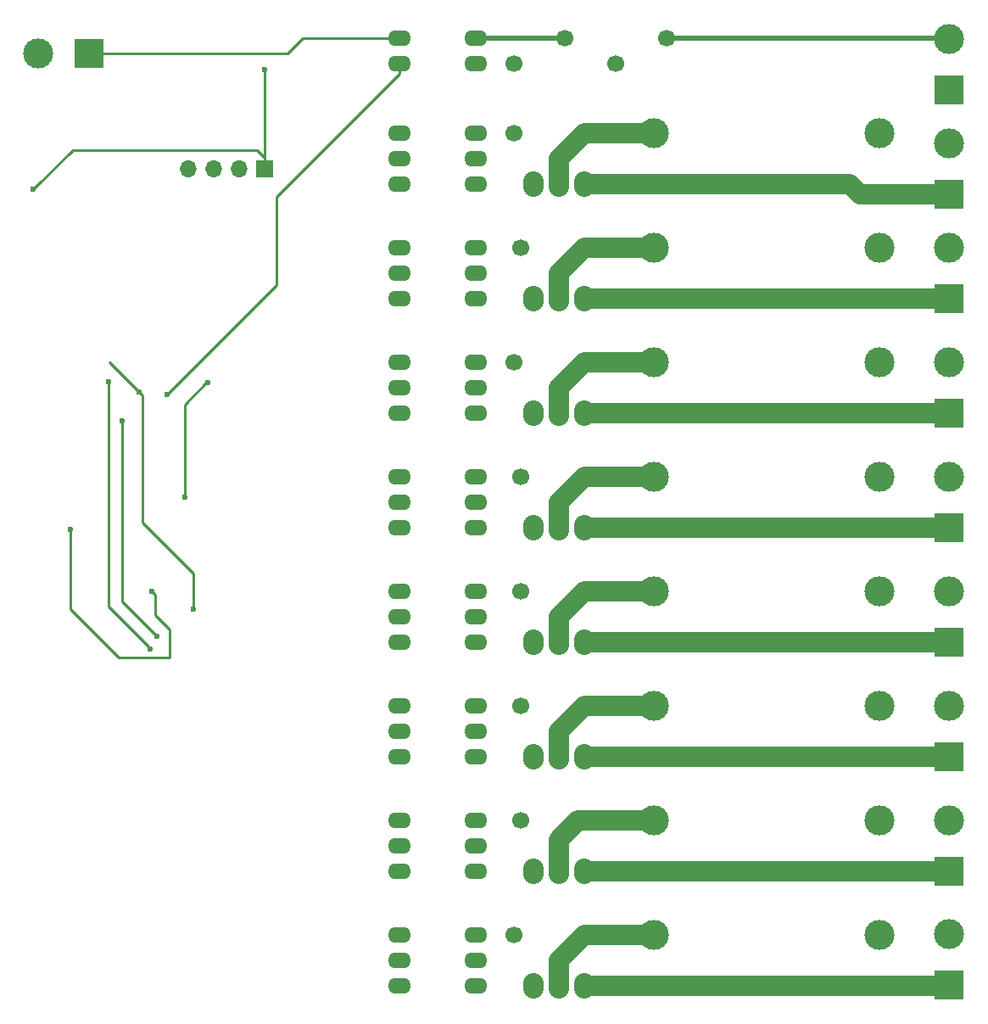
<source format=gbl>
G04 #@! TF.GenerationSoftware,KiCad,Pcbnew,5.0.1-33cea8e~68~ubuntu18.04.1*
G04 #@! TF.CreationDate,2018-11-29T09:03:48+01:00*
G04 #@! TF.ProjectId,8Dimmers,3844696D6D6572732E6B696361645F70,rev?*
G04 #@! TF.SameCoordinates,Original*
G04 #@! TF.FileFunction,Copper,L2,Bot,Signal*
G04 #@! TF.FilePolarity,Positive*
%FSLAX46Y46*%
G04 Gerber Fmt 4.6, Leading zero omitted, Abs format (unit mm)*
G04 Created by KiCad (PCBNEW 5.0.1-33cea8e~68~ubuntu18.04.1) date jeu. 29 nov. 2018 09:03:48 CET*
%MOMM*%
%LPD*%
G01*
G04 APERTURE LIST*
G04 #@! TA.AperFunction,ComponentPad*
%ADD10O,2.300000X1.600000*%
G04 #@! TD*
G04 #@! TA.AperFunction,ComponentPad*
%ADD11O,2.032000X2.540000*%
G04 #@! TD*
G04 #@! TA.AperFunction,ComponentPad*
%ADD12C,3.000000*%
G04 #@! TD*
G04 #@! TA.AperFunction,ComponentPad*
%ADD13C,1.699260*%
G04 #@! TD*
G04 #@! TA.AperFunction,ComponentPad*
%ADD14R,3.000000X3.000000*%
G04 #@! TD*
G04 #@! TA.AperFunction,ComponentPad*
%ADD15R,1.700000X1.700000*%
G04 #@! TD*
G04 #@! TA.AperFunction,ComponentPad*
%ADD16O,1.700000X1.700000*%
G04 #@! TD*
G04 #@! TA.AperFunction,ViaPad*
%ADD17C,0.600000*%
G04 #@! TD*
G04 #@! TA.AperFunction,Conductor*
%ADD18C,0.250000*%
G04 #@! TD*
G04 #@! TA.AperFunction,Conductor*
%ADD19C,2.000000*%
G04 #@! TD*
G04 #@! TA.AperFunction,Conductor*
%ADD20C,0.500000*%
G04 #@! TD*
G04 APERTURE END LIST*
D10*
G04 #@! TO.P,U1,1*
G04 #@! TO.N,Net-(R1-Pad2)*
X91440000Y-45085000D03*
G04 #@! TO.P,U1,2*
G04 #@! TO.N,Net-(R18-Pad2)*
X91440000Y-42545000D03*
G04 #@! TO.P,U1,3*
G04 #@! TO.N,GND*
X83820000Y-42545000D03*
G04 #@! TO.P,U1,4*
G04 #@! TO.N,/ZCD*
X83820000Y-45085000D03*
G04 #@! TD*
G04 #@! TO.P,U6,1*
G04 #@! TO.N,Net-(D1-Pad1)*
X83820000Y-52070000D03*
G04 #@! TO.P,U6,2*
G04 #@! TO.N,/C0*
X83820000Y-54610000D03*
G04 #@! TO.P,U6,3*
G04 #@! TO.N,N/C*
X83820000Y-57150000D03*
G04 #@! TO.P,U6,4*
G04 #@! TO.N,Net-(U14-Pad3)*
X91440000Y-57150000D03*
G04 #@! TO.P,U6,5*
G04 #@! TO.N,N/C*
X91440000Y-54610000D03*
G04 #@! TO.P,U6,6*
G04 #@! TO.N,Net-(R10-Pad1)*
X91440000Y-52070000D03*
G04 #@! TD*
G04 #@! TO.P,U7,1*
G04 #@! TO.N,Net-(D2-Pad1)*
X83820000Y-63500000D03*
G04 #@! TO.P,U7,2*
G04 #@! TO.N,/C1*
X83820000Y-66040000D03*
G04 #@! TO.P,U7,3*
G04 #@! TO.N,N/C*
X83820000Y-68580000D03*
G04 #@! TO.P,U7,4*
G04 #@! TO.N,Net-(U15-Pad3)*
X91440000Y-68580000D03*
G04 #@! TO.P,U7,5*
G04 #@! TO.N,N/C*
X91440000Y-66040000D03*
G04 #@! TO.P,U7,6*
G04 #@! TO.N,Net-(R11-Pad1)*
X91440000Y-63500000D03*
G04 #@! TD*
G04 #@! TO.P,U8,1*
G04 #@! TO.N,Net-(D3-Pad1)*
X83820000Y-74930000D03*
G04 #@! TO.P,U8,2*
G04 #@! TO.N,/C2*
X83820000Y-77470000D03*
G04 #@! TO.P,U8,3*
G04 #@! TO.N,N/C*
X83820000Y-80010000D03*
G04 #@! TO.P,U8,4*
G04 #@! TO.N,Net-(U16-Pad3)*
X91440000Y-80010000D03*
G04 #@! TO.P,U8,5*
G04 #@! TO.N,N/C*
X91440000Y-77470000D03*
G04 #@! TO.P,U8,6*
G04 #@! TO.N,Net-(R12-Pad1)*
X91440000Y-74930000D03*
G04 #@! TD*
G04 #@! TO.P,U9,1*
G04 #@! TO.N,Net-(D4-Pad1)*
X83820000Y-86360000D03*
G04 #@! TO.P,U9,2*
G04 #@! TO.N,/C3*
X83820000Y-88900000D03*
G04 #@! TO.P,U9,3*
G04 #@! TO.N,N/C*
X83820000Y-91440000D03*
G04 #@! TO.P,U9,4*
G04 #@! TO.N,Net-(U17-Pad3)*
X91440000Y-91440000D03*
G04 #@! TO.P,U9,5*
G04 #@! TO.N,N/C*
X91440000Y-88900000D03*
G04 #@! TO.P,U9,6*
G04 #@! TO.N,Net-(R13-Pad1)*
X91440000Y-86360000D03*
G04 #@! TD*
G04 #@! TO.P,U10,1*
G04 #@! TO.N,Net-(D5-Pad1)*
X83820000Y-97790000D03*
G04 #@! TO.P,U10,2*
G04 #@! TO.N,/C4*
X83820000Y-100330000D03*
G04 #@! TO.P,U10,3*
G04 #@! TO.N,N/C*
X83820000Y-102870000D03*
G04 #@! TO.P,U10,4*
G04 #@! TO.N,Net-(U10-Pad4)*
X91440000Y-102870000D03*
G04 #@! TO.P,U10,5*
G04 #@! TO.N,N/C*
X91440000Y-100330000D03*
G04 #@! TO.P,U10,6*
G04 #@! TO.N,Net-(R14-Pad1)*
X91440000Y-97790000D03*
G04 #@! TD*
G04 #@! TO.P,U11,1*
G04 #@! TO.N,Net-(D6-Pad1)*
X83820000Y-109220000D03*
G04 #@! TO.P,U11,2*
G04 #@! TO.N,/C5*
X83820000Y-111760000D03*
G04 #@! TO.P,U11,3*
G04 #@! TO.N,N/C*
X83820000Y-114300000D03*
G04 #@! TO.P,U11,4*
G04 #@! TO.N,Net-(U11-Pad4)*
X91440000Y-114300000D03*
G04 #@! TO.P,U11,5*
G04 #@! TO.N,N/C*
X91440000Y-111760000D03*
G04 #@! TO.P,U11,6*
G04 #@! TO.N,Net-(R15-Pad1)*
X91440000Y-109220000D03*
G04 #@! TD*
G04 #@! TO.P,U12,1*
G04 #@! TO.N,Net-(D7-Pad1)*
X83820000Y-120650000D03*
G04 #@! TO.P,U12,2*
G04 #@! TO.N,/C6*
X83820000Y-123190000D03*
G04 #@! TO.P,U12,3*
G04 #@! TO.N,N/C*
X83820000Y-125730000D03*
G04 #@! TO.P,U12,4*
G04 #@! TO.N,Net-(U12-Pad4)*
X91440000Y-125730000D03*
G04 #@! TO.P,U12,5*
G04 #@! TO.N,N/C*
X91440000Y-123190000D03*
G04 #@! TO.P,U12,6*
G04 #@! TO.N,Net-(R16-Pad1)*
X91440000Y-120650000D03*
G04 #@! TD*
G04 #@! TO.P,U13,1*
G04 #@! TO.N,Net-(D8-Pad1)*
X83820000Y-132080000D03*
G04 #@! TO.P,U13,2*
G04 #@! TO.N,/C7*
X83820000Y-134620000D03*
G04 #@! TO.P,U13,3*
G04 #@! TO.N,N/C*
X83820000Y-137160000D03*
G04 #@! TO.P,U13,4*
G04 #@! TO.N,Net-(U13-Pad4)*
X91440000Y-137160000D03*
G04 #@! TO.P,U13,5*
G04 #@! TO.N,N/C*
X91440000Y-134620000D03*
G04 #@! TO.P,U13,6*
G04 #@! TO.N,Net-(R17-Pad1)*
X91440000Y-132080000D03*
G04 #@! TD*
D11*
G04 #@! TO.P,U14,2*
G04 #@! TO.N,Net-(F1-Pad1)*
X99695000Y-57150000D03*
G04 #@! TO.P,U14,3*
G04 #@! TO.N,Net-(U14-Pad3)*
X97155000Y-57150000D03*
G04 #@! TO.P,U14,1*
G04 #@! TO.N,/PH_0*
X102235000Y-57150000D03*
G04 #@! TD*
G04 #@! TO.P,U15,2*
G04 #@! TO.N,Net-(F2-Pad1)*
X99695000Y-68580000D03*
G04 #@! TO.P,U15,3*
G04 #@! TO.N,Net-(U15-Pad3)*
X97155000Y-68580000D03*
G04 #@! TO.P,U15,1*
G04 #@! TO.N,/PH_1*
X102235000Y-68580000D03*
G04 #@! TD*
G04 #@! TO.P,U16,2*
G04 #@! TO.N,Net-(F3-Pad1)*
X99695000Y-80010000D03*
G04 #@! TO.P,U16,3*
G04 #@! TO.N,Net-(U16-Pad3)*
X97155000Y-80010000D03*
G04 #@! TO.P,U16,1*
G04 #@! TO.N,/PH_2*
X102235000Y-80010000D03*
G04 #@! TD*
G04 #@! TO.P,U17,2*
G04 #@! TO.N,Net-(F4-Pad1)*
X99695000Y-91440000D03*
G04 #@! TO.P,U17,3*
G04 #@! TO.N,Net-(U17-Pad3)*
X97155000Y-91440000D03*
G04 #@! TO.P,U17,1*
G04 #@! TO.N,/PH_3*
X102235000Y-91440000D03*
G04 #@! TD*
G04 #@! TO.P,U18,2*
G04 #@! TO.N,Net-(F5-Pad1)*
X99695000Y-102870000D03*
G04 #@! TO.P,U18,3*
G04 #@! TO.N,Net-(U10-Pad4)*
X97155000Y-102870000D03*
G04 #@! TO.P,U18,1*
G04 #@! TO.N,/PH_4*
X102235000Y-102870000D03*
G04 #@! TD*
G04 #@! TO.P,U19,2*
G04 #@! TO.N,Net-(F6-Pad1)*
X99695000Y-114300000D03*
G04 #@! TO.P,U19,3*
G04 #@! TO.N,Net-(U11-Pad4)*
X97155000Y-114300000D03*
G04 #@! TO.P,U19,1*
G04 #@! TO.N,/PH_5*
X102235000Y-114300000D03*
G04 #@! TD*
G04 #@! TO.P,U20,2*
G04 #@! TO.N,Net-(F7-Pad1)*
X99695000Y-125730000D03*
G04 #@! TO.P,U20,3*
G04 #@! TO.N,Net-(U12-Pad4)*
X97155000Y-125730000D03*
G04 #@! TO.P,U20,1*
G04 #@! TO.N,/PH_6*
X102235000Y-125730000D03*
G04 #@! TD*
G04 #@! TO.P,U21,2*
G04 #@! TO.N,Net-(F8-Pad1)*
X99695000Y-137160000D03*
G04 #@! TO.P,U21,3*
G04 #@! TO.N,Net-(U13-Pad4)*
X97155000Y-137160000D03*
G04 #@! TO.P,U21,1*
G04 #@! TO.N,/PH_7*
X102235000Y-137160000D03*
G04 #@! TD*
D12*
G04 #@! TO.P,F1,1*
G04 #@! TO.N,Net-(F1-Pad1)*
X109220000Y-52070000D03*
G04 #@! TO.P,F1,2*
G04 #@! TO.N,/PH_IN*
X131720000Y-52070000D03*
G04 #@! TD*
G04 #@! TO.P,F2,1*
G04 #@! TO.N,Net-(F2-Pad1)*
X109220000Y-63500000D03*
G04 #@! TO.P,F2,2*
G04 #@! TO.N,/PH_IN*
X131720000Y-63500000D03*
G04 #@! TD*
G04 #@! TO.P,F3,1*
G04 #@! TO.N,Net-(F3-Pad1)*
X109220000Y-74930000D03*
G04 #@! TO.P,F3,2*
G04 #@! TO.N,/PH_IN*
X131720000Y-74930000D03*
G04 #@! TD*
G04 #@! TO.P,F4,1*
G04 #@! TO.N,Net-(F4-Pad1)*
X109220000Y-86360000D03*
G04 #@! TO.P,F4,2*
G04 #@! TO.N,/PH_IN*
X131720000Y-86360000D03*
G04 #@! TD*
G04 #@! TO.P,F5,1*
G04 #@! TO.N,Net-(F5-Pad1)*
X109220000Y-97790000D03*
G04 #@! TO.P,F5,2*
G04 #@! TO.N,/PH_IN*
X131720000Y-97790000D03*
G04 #@! TD*
G04 #@! TO.P,F6,1*
G04 #@! TO.N,Net-(F6-Pad1)*
X109220000Y-109220000D03*
G04 #@! TO.P,F6,2*
G04 #@! TO.N,/PH_IN*
X131720000Y-109220000D03*
G04 #@! TD*
G04 #@! TO.P,F7,1*
G04 #@! TO.N,Net-(F7-Pad1)*
X109220000Y-120650000D03*
G04 #@! TO.P,F7,2*
G04 #@! TO.N,/PH_IN*
X131720000Y-120650000D03*
G04 #@! TD*
G04 #@! TO.P,F8,1*
G04 #@! TO.N,Net-(F8-Pad1)*
X109220000Y-132080000D03*
G04 #@! TO.P,F8,2*
G04 #@! TO.N,/PH_IN*
X131720000Y-132080000D03*
G04 #@! TD*
D13*
G04 #@! TO.P,R1,2*
G04 #@! TO.N,Net-(R1-Pad2)*
X95249480Y-45087540D03*
G04 #@! TO.P,R1,1*
G04 #@! TO.N,/PH_IN*
X105409480Y-45087540D03*
G04 #@! TD*
G04 #@! TO.P,R10,2*
G04 #@! TO.N,Net-(F1-Pad1)*
X105410520Y-52067460D03*
G04 #@! TO.P,R10,1*
G04 #@! TO.N,Net-(R10-Pad1)*
X95250520Y-52067460D03*
G04 #@! TD*
G04 #@! TO.P,R11,2*
G04 #@! TO.N,Net-(F2-Pad1)*
X106045520Y-63497460D03*
G04 #@! TO.P,R11,1*
G04 #@! TO.N,Net-(R11-Pad1)*
X95885520Y-63497460D03*
G04 #@! TD*
G04 #@! TO.P,R12,2*
G04 #@! TO.N,Net-(F3-Pad1)*
X105410520Y-74927460D03*
G04 #@! TO.P,R12,1*
G04 #@! TO.N,Net-(R12-Pad1)*
X95250520Y-74927460D03*
G04 #@! TD*
G04 #@! TO.P,R13,2*
G04 #@! TO.N,Net-(F4-Pad1)*
X106045520Y-86357460D03*
G04 #@! TO.P,R13,1*
G04 #@! TO.N,Net-(R13-Pad1)*
X95885520Y-86357460D03*
G04 #@! TD*
G04 #@! TO.P,R14,2*
G04 #@! TO.N,Net-(F5-Pad1)*
X106045520Y-97787460D03*
G04 #@! TO.P,R14,1*
G04 #@! TO.N,Net-(R14-Pad1)*
X95885520Y-97787460D03*
G04 #@! TD*
G04 #@! TO.P,R15,2*
G04 #@! TO.N,Net-(F6-Pad1)*
X106045520Y-109217460D03*
G04 #@! TO.P,R15,1*
G04 #@! TO.N,Net-(R15-Pad1)*
X95885520Y-109217460D03*
G04 #@! TD*
G04 #@! TO.P,R16,2*
G04 #@! TO.N,Net-(F7-Pad1)*
X106045520Y-120647460D03*
G04 #@! TO.P,R16,1*
G04 #@! TO.N,Net-(R16-Pad1)*
X95885520Y-120647460D03*
G04 #@! TD*
G04 #@! TO.P,R17,2*
G04 #@! TO.N,Net-(F8-Pad1)*
X105410520Y-132077460D03*
G04 #@! TO.P,R17,1*
G04 #@! TO.N,Net-(R17-Pad1)*
X95250520Y-132077460D03*
G04 #@! TD*
G04 #@! TO.P,R18,2*
G04 #@! TO.N,Net-(R18-Pad2)*
X100329480Y-42547540D03*
G04 #@! TO.P,R18,1*
G04 #@! TO.N,/N*
X110489480Y-42547540D03*
G04 #@! TD*
D14*
G04 #@! TO.P,P11,1*
G04 #@! TO.N,GND*
X52832000Y-44069000D03*
D12*
G04 #@! TO.P,P11,2*
G04 #@! TO.N,/5V*
X47752000Y-44069000D03*
G04 #@! TD*
D15*
G04 #@! TO.P,J1,1*
G04 #@! TO.N,/3V3*
X70358000Y-55626000D03*
D16*
G04 #@! TO.P,J1,2*
G04 #@! TO.N,/TXD*
X67818000Y-55626000D03*
G04 #@! TO.P,J1,3*
G04 #@! TO.N,/RXD*
X65278000Y-55626000D03*
G04 #@! TO.P,J1,4*
G04 #@! TO.N,GND*
X62738000Y-55626000D03*
G04 #@! TD*
D12*
G04 #@! TO.P,P2,2*
G04 #@! TO.N,/N*
X138684000Y-42672000D03*
D14*
G04 #@! TO.P,P2,1*
G04 #@! TO.N,/PH_IN*
X138684000Y-47752000D03*
G04 #@! TD*
D12*
G04 #@! TO.P,P3,2*
G04 #@! TO.N,/N*
X138684000Y-53086000D03*
D14*
G04 #@! TO.P,P3,1*
G04 #@! TO.N,/PH_0*
X138684000Y-58166000D03*
G04 #@! TD*
G04 #@! TO.P,P4,1*
G04 #@! TO.N,/PH_1*
X138684000Y-68580000D03*
D12*
G04 #@! TO.P,P4,2*
G04 #@! TO.N,/N*
X138684000Y-63500000D03*
G04 #@! TD*
D14*
G04 #@! TO.P,P5,1*
G04 #@! TO.N,/PH_2*
X138684000Y-80010000D03*
D12*
G04 #@! TO.P,P5,2*
G04 #@! TO.N,/N*
X138684000Y-74930000D03*
G04 #@! TD*
G04 #@! TO.P,P6,2*
G04 #@! TO.N,/N*
X138684000Y-86360000D03*
D14*
G04 #@! TO.P,P6,1*
G04 #@! TO.N,/PH_3*
X138684000Y-91440000D03*
G04 #@! TD*
G04 #@! TO.P,P7,1*
G04 #@! TO.N,/PH_4*
X138684000Y-102870000D03*
D12*
G04 #@! TO.P,P7,2*
G04 #@! TO.N,/N*
X138684000Y-97790000D03*
G04 #@! TD*
D14*
G04 #@! TO.P,P8,1*
G04 #@! TO.N,/PH_5*
X138684000Y-114300000D03*
D12*
G04 #@! TO.P,P8,2*
G04 #@! TO.N,/N*
X138684000Y-109220000D03*
G04 #@! TD*
D14*
G04 #@! TO.P,P9,1*
G04 #@! TO.N,/PH_6*
X138684000Y-125730000D03*
D12*
G04 #@! TO.P,P9,2*
G04 #@! TO.N,/N*
X138684000Y-120650000D03*
G04 #@! TD*
G04 #@! TO.P,P10,2*
G04 #@! TO.N,/N*
X138684000Y-131953000D03*
D14*
G04 #@! TO.P,P10,1*
G04 #@! TO.N,/PH_7*
X138684000Y-137033000D03*
G04 #@! TD*
D17*
G04 #@! TO.N,/ZCD*
X60579000Y-78105000D03*
G04 #@! TO.N,/3V3*
X70358000Y-45720000D03*
X47244000Y-57658000D03*
X59055000Y-97790000D03*
X50927000Y-91567000D03*
G04 #@! TO.N,/SER*
X57785000Y-77851000D03*
X63246000Y-99568000D03*
G04 #@! TO.N,/SRCLK*
X54737000Y-76835000D03*
X58928000Y-103505000D03*
G04 #@! TO.N,/RCLK*
X59563000Y-102235000D03*
X56134010Y-80772000D03*
G04 #@! TO.N,/GPIO0*
X62357000Y-88392000D03*
X64643000Y-76962000D03*
G04 #@! TD*
D18*
G04 #@! TO.N,GND*
X83470000Y-42545000D02*
X83820000Y-42545000D01*
X72644000Y-44069000D02*
X74168000Y-42545000D01*
X74168000Y-42545000D02*
X83470000Y-42545000D01*
X52832000Y-44069000D02*
X72644000Y-44069000D01*
D19*
G04 #@! TO.N,Net-(F1-Pad1)*
X105411000Y-52067500D02*
X105410500Y-52067500D01*
X105413000Y-52070000D02*
X105411000Y-52067500D01*
X109220000Y-52070000D02*
X105413000Y-52070000D01*
X99695000Y-54610000D02*
X99695000Y-57150000D01*
X102238000Y-52067500D02*
X99695000Y-54610000D01*
X105410500Y-52067500D02*
X102238000Y-52067500D01*
G04 #@! TO.N,Net-(F2-Pad1)*
X106046000Y-63497500D02*
X106045500Y-63497500D01*
X106048000Y-63500000D02*
X106046000Y-63497500D01*
X109220000Y-63500000D02*
X106048000Y-63500000D01*
X99695000Y-66040000D02*
X99695000Y-68580000D01*
X102238000Y-63497500D02*
X99695000Y-66040000D01*
X106045500Y-63497500D02*
X102238000Y-63497500D01*
G04 #@! TO.N,Net-(F3-Pad1)*
X105411000Y-74927500D02*
X105410500Y-74927500D01*
X105413000Y-74930000D02*
X105411000Y-74927500D01*
X109220000Y-74930000D02*
X105413000Y-74930000D01*
X99695000Y-77470000D02*
X99695000Y-80010000D01*
X102238000Y-74927500D02*
X99695000Y-77470000D01*
X105410500Y-74927500D02*
X102238000Y-74927500D01*
G04 #@! TO.N,Net-(F4-Pad1)*
X106046000Y-86357500D02*
X106045500Y-86357500D01*
X106048000Y-86360000D02*
X106046000Y-86357500D01*
X109220000Y-86360000D02*
X106048000Y-86360000D01*
X99695000Y-88900000D02*
X99695000Y-91440000D01*
X102238000Y-86357500D02*
X99695000Y-88900000D01*
X106045500Y-86357500D02*
X102238000Y-86357500D01*
G04 #@! TO.N,Net-(F5-Pad1)*
X106046000Y-97787500D02*
X106045500Y-97787500D01*
X106048000Y-97790000D02*
X106046000Y-97787500D01*
X109220000Y-97790000D02*
X106048000Y-97790000D01*
X99695000Y-100330000D02*
X99695000Y-102870000D01*
X102238000Y-97787500D02*
X99695000Y-100330000D01*
X106045500Y-97787500D02*
X102238000Y-97787500D01*
G04 #@! TO.N,Net-(F6-Pad1)*
X106046000Y-109217000D02*
X106045000Y-109217000D01*
X106048000Y-109220000D02*
X106046000Y-109217000D01*
X109220000Y-109220000D02*
X106048000Y-109220000D01*
X99695000Y-111760000D02*
X99695000Y-114300000D01*
X102238000Y-109217000D02*
X99695000Y-111760000D01*
X106045000Y-109217000D02*
X102238000Y-109217000D01*
D18*
X106045000Y-109217000D02*
X106045500Y-109217500D01*
X106045500Y-109217500D02*
X106046000Y-109218000D01*
D19*
G04 #@! TO.N,Net-(F7-Pad1)*
X106046000Y-120647000D02*
X106045000Y-120647000D01*
X106048000Y-120650000D02*
X106046000Y-120647000D01*
X109220000Y-120650000D02*
X106048000Y-120650000D01*
X99695000Y-122555000D02*
X99695000Y-125730000D01*
X101603000Y-120647000D02*
X99695000Y-122555000D01*
X106045000Y-120647000D02*
X101603000Y-120647000D01*
D18*
X106045000Y-120647000D02*
X106045500Y-120647500D01*
X106045500Y-120647500D02*
X106046000Y-120648000D01*
D19*
G04 #@! TO.N,Net-(F8-Pad1)*
X99695000Y-134620000D02*
X99695000Y-137160000D01*
X102238000Y-132077000D02*
X99695000Y-134620000D01*
X105410000Y-132077000D02*
X102238000Y-132077000D01*
D18*
X105410000Y-132077000D02*
X105410000Y-132078000D01*
X105410500Y-132077000D02*
X105410500Y-132077500D01*
D19*
X105411000Y-132077000D02*
X105410500Y-132077000D01*
X105413000Y-132080000D02*
X105411000Y-132077000D01*
X109220000Y-132080000D02*
X105413000Y-132080000D01*
X105410500Y-132077000D02*
X105410000Y-132077000D01*
D20*
G04 #@! TO.N,/N*
X110492000Y-42545000D02*
X110489000Y-42547300D01*
X138430000Y-42545000D02*
X110492000Y-42545000D01*
X110489000Y-42547300D02*
X110489000Y-42547500D01*
D18*
X110489500Y-42547400D02*
X110489500Y-42547500D01*
X110490000Y-42547500D02*
X110489500Y-42547400D01*
X110489500Y-42547400D02*
X110489000Y-42547300D01*
D19*
G04 #@! TO.N,/PH_0*
X129794000Y-58166000D02*
X138049000Y-58166000D01*
X138049000Y-58166000D02*
X138430000Y-57785000D01*
X128778000Y-57150000D02*
X129794000Y-58166000D01*
X102235000Y-57150000D02*
X128778000Y-57150000D01*
G04 #@! TO.N,/PH_1*
X102235000Y-68580000D02*
X138430000Y-68580000D01*
G04 #@! TO.N,/PH_2*
X138430000Y-80010000D02*
X102235000Y-80010000D01*
G04 #@! TO.N,/PH_3*
X138430000Y-91440000D02*
X102235000Y-91440000D01*
G04 #@! TO.N,/PH_4*
X102235000Y-102870000D02*
X138430000Y-102870000D01*
G04 #@! TO.N,/PH_5*
X102235000Y-114300000D02*
X138430000Y-114300000D01*
G04 #@! TO.N,/PH_6*
X102235000Y-125730000D02*
X138430000Y-125730000D01*
G04 #@! TO.N,/PH_7*
X102235000Y-137160000D02*
X138430000Y-137160000D01*
D18*
G04 #@! TO.N,/ZCD*
X71501000Y-58454000D02*
X83820000Y-46135000D01*
X83820000Y-46135000D02*
X83820000Y-45085000D01*
X71501000Y-67183000D02*
X71501000Y-58454000D01*
X60579000Y-78105000D02*
X71501000Y-67183000D01*
G04 #@! TO.N,/3V3*
X70358000Y-54526000D02*
X70358000Y-45720000D01*
X70358000Y-54526000D02*
X70358000Y-55626000D01*
X47543999Y-57358001D02*
X47244000Y-57658000D01*
X51181000Y-53721000D02*
X47543999Y-57358001D01*
X69553000Y-53721000D02*
X51181000Y-53721000D01*
X70358000Y-54526000D02*
X69553000Y-53721000D01*
X59354999Y-98089999D02*
X59354999Y-98724999D01*
X59055000Y-97790000D02*
X59354999Y-98089999D01*
X59354999Y-98724999D02*
X59354999Y-100121999D01*
X59354999Y-100121999D02*
X60833000Y-101600000D01*
X60833000Y-101600000D02*
X60833000Y-104394000D01*
X60833000Y-104394000D02*
X55753000Y-104394000D01*
X50927000Y-99568000D02*
X50927000Y-91567000D01*
X55753000Y-104394000D02*
X50927000Y-99568000D01*
D20*
G04 #@! TO.N,Net-(R18-Pad2)*
X91442500Y-42547500D02*
X91440000Y-42545000D01*
X100329000Y-42547500D02*
X91442500Y-42547500D01*
D18*
X100329000Y-42547500D02*
X100329500Y-42547500D01*
X100329500Y-42547500D02*
X100330000Y-42547500D01*
G04 #@! TO.N,/SER*
X54864000Y-74930000D02*
X57785000Y-77851000D01*
X63246000Y-96012000D02*
X63246000Y-99568000D01*
X58166000Y-90932000D02*
X63246000Y-96012000D01*
X58166000Y-78232000D02*
X58166000Y-90932000D01*
X57785000Y-77851000D02*
X58166000Y-78232000D01*
G04 #@! TO.N,/SRCLK*
X54737000Y-76835000D02*
X54737000Y-99314000D01*
X58628001Y-103205001D02*
X58928000Y-103505000D01*
X54737000Y-99314000D02*
X58628001Y-103205001D01*
G04 #@! TO.N,/RCLK*
X59563000Y-102235000D02*
X56134010Y-98806010D01*
X56134010Y-81196264D02*
X56134010Y-80772000D01*
X56134010Y-98806010D02*
X56134010Y-81196264D01*
G04 #@! TO.N,/GPIO0*
X62357000Y-88392000D02*
X62357000Y-79121000D01*
X64516000Y-76962000D02*
X64643000Y-76962000D01*
X62357000Y-79121000D02*
X64516000Y-76962000D01*
G04 #@! TD*
M02*

</source>
